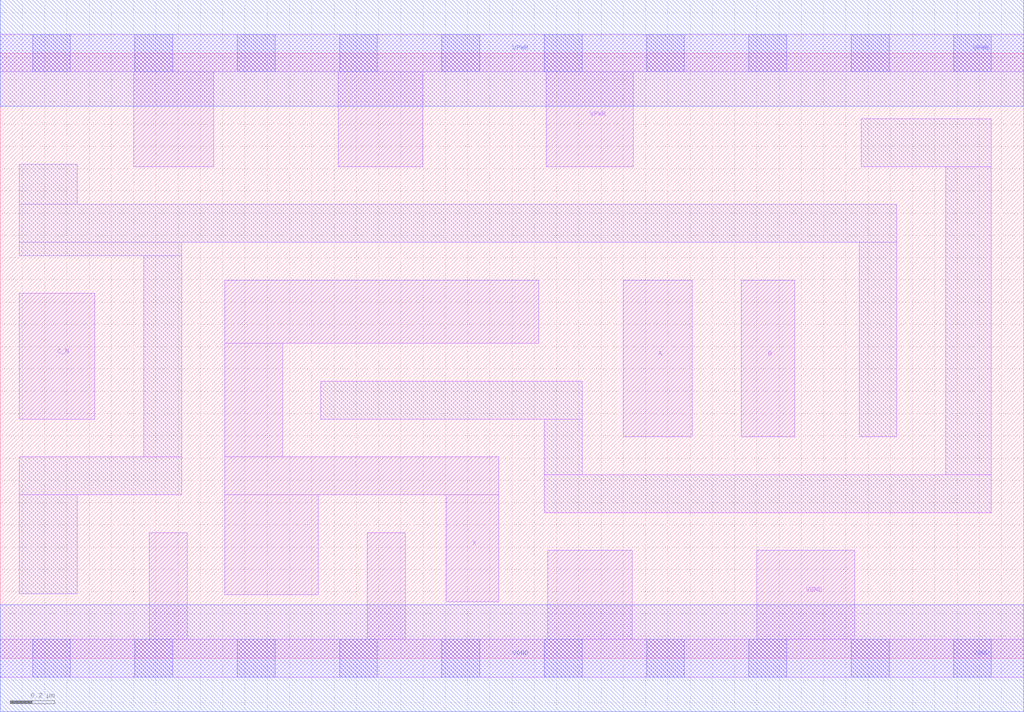
<source format=lef>
# Copyright 2020 The SkyWater PDK Authors
#
# Licensed under the Apache License, Version 2.0 (the "License");
# you may not use this file except in compliance with the License.
# You may obtain a copy of the License at
#
#     https://www.apache.org/licenses/LICENSE-2.0
#
# Unless required by applicable law or agreed to in writing, software
# distributed under the License is distributed on an "AS IS" BASIS,
# WITHOUT WARRANTIES OR CONDITIONS OF ANY KIND, either express or implied.
# See the License for the specific language governing permissions and
# limitations under the License.
#
# SPDX-License-Identifier: Apache-2.0

VERSION 5.7 ;
  NAMESCASESENSITIVE ON ;
  NOWIREEXTENSIONATPIN ON ;
  DIVIDERCHAR "/" ;
  BUSBITCHARS "[]" ;
UNITS
  DATABASE MICRONS 200 ;
END UNITS
PROPERTYDEFINITIONS
  MACRO maskLayoutSubType STRING ;
  MACRO prCellType STRING ;
  MACRO originalViewName STRING ;
END PROPERTYDEFINITIONS
MACRO sky130_fd_sc_hdll__or3b_4
  CLASS CORE ;
  FOREIGN sky130_fd_sc_hdll__or3b_4 ;
  ORIGIN  0.000000  0.000000 ;
  SIZE  4.600000 BY  2.720000 ;
  SYMMETRY X Y R90 ;
  SITE unithd ;
  PIN A
    ANTENNAGATEAREA  0.277500 ;
    DIRECTION INPUT ;
    USE SIGNAL ;
    PORT
      LAYER li1 ;
        RECT 2.800000 0.995000 3.110000 1.700000 ;
    END
  END A
  PIN B
    ANTENNAGATEAREA  0.277500 ;
    DIRECTION INPUT ;
    USE SIGNAL ;
    PORT
      LAYER li1 ;
        RECT 3.330000 0.995000 3.570000 1.700000 ;
    END
  END B
  PIN C_N
    ANTENNAGATEAREA  0.138600 ;
    DIRECTION INPUT ;
    USE SIGNAL ;
    PORT
      LAYER li1 ;
        RECT 0.085000 1.075000 0.425000 1.640000 ;
    END
  END C_N
  PIN VGND
    ANTENNADIFFAREA  0.863500 ;
    DIRECTION INOUT ;
    USE SIGNAL ;
    PORT
      LAYER li1 ;
        RECT 0.000000 -0.085000 4.600000 0.085000 ;
        RECT 0.670000  0.085000 0.840000 0.565000 ;
        RECT 1.650000  0.085000 1.820000 0.565000 ;
        RECT 2.460000  0.085000 2.840000 0.485000 ;
        RECT 3.400000  0.085000 3.840000 0.485000 ;
      LAYER mcon ;
        RECT 0.145000 -0.085000 0.315000 0.085000 ;
        RECT 0.605000 -0.085000 0.775000 0.085000 ;
        RECT 1.065000 -0.085000 1.235000 0.085000 ;
        RECT 1.525000 -0.085000 1.695000 0.085000 ;
        RECT 1.985000 -0.085000 2.155000 0.085000 ;
        RECT 2.445000 -0.085000 2.615000 0.085000 ;
        RECT 2.905000 -0.085000 3.075000 0.085000 ;
        RECT 3.365000 -0.085000 3.535000 0.085000 ;
        RECT 3.825000 -0.085000 3.995000 0.085000 ;
        RECT 4.285000 -0.085000 4.455000 0.085000 ;
      LAYER met1 ;
        RECT 0.000000 -0.240000 4.600000 0.240000 ;
    END
  END VGND
  PIN VPWR
    ANTENNADIFFAREA  0.885700 ;
    DIRECTION INOUT ;
    USE SIGNAL ;
    PORT
      LAYER li1 ;
        RECT 0.000000 2.635000 4.600000 2.805000 ;
        RECT 0.600000 2.210000 0.960000 2.635000 ;
        RECT 1.520000 2.210000 1.900000 2.635000 ;
        RECT 2.455000 2.210000 2.845000 2.635000 ;
      LAYER mcon ;
        RECT 0.145000 2.635000 0.315000 2.805000 ;
        RECT 0.605000 2.635000 0.775000 2.805000 ;
        RECT 1.065000 2.635000 1.235000 2.805000 ;
        RECT 1.525000 2.635000 1.695000 2.805000 ;
        RECT 1.985000 2.635000 2.155000 2.805000 ;
        RECT 2.445000 2.635000 2.615000 2.805000 ;
        RECT 2.905000 2.635000 3.075000 2.805000 ;
        RECT 3.365000 2.635000 3.535000 2.805000 ;
        RECT 3.825000 2.635000 3.995000 2.805000 ;
        RECT 4.285000 2.635000 4.455000 2.805000 ;
      LAYER met1 ;
        RECT 0.000000 2.480000 4.600000 2.960000 ;
    END
  END VPWR
  PIN X
    ANTENNADIFFAREA  1.028500 ;
    DIRECTION OUTPUT ;
    USE SIGNAL ;
    PORT
      LAYER li1 ;
        RECT 1.010000 0.285000 1.430000 0.735000 ;
        RECT 1.010000 0.735000 2.240000 0.905000 ;
        RECT 1.010000 0.905000 1.270000 1.415000 ;
        RECT 1.010000 1.415000 2.420000 1.700000 ;
        RECT 2.005000 0.255000 2.240000 0.735000 ;
    END
  END X
  OBS
    LAYER li1 ;
      RECT 0.085000 0.290000 0.345000 0.735000 ;
      RECT 0.085000 0.735000 0.815000 0.905000 ;
      RECT 0.085000 1.810000 0.815000 1.870000 ;
      RECT 0.085000 1.870000 4.030000 2.040000 ;
      RECT 0.085000 2.040000 0.345000 2.220000 ;
      RECT 0.645000 0.905000 0.815000 1.810000 ;
      RECT 1.440000 1.075000 2.615000 1.245000 ;
      RECT 2.445000 0.655000 4.455000 0.825000 ;
      RECT 2.445000 0.825000 2.615000 1.075000 ;
      RECT 3.860000 0.995000 4.030000 1.870000 ;
      RECT 3.870000 2.210000 4.455000 2.425000 ;
      RECT 4.250000 0.825000 4.455000 2.210000 ;
  END
  PROPERTY maskLayoutSubType "abstract" ;
  PROPERTY prCellType "standard" ;
  PROPERTY originalViewName "layout" ;
END sky130_fd_sc_hdll__or3b_4

</source>
